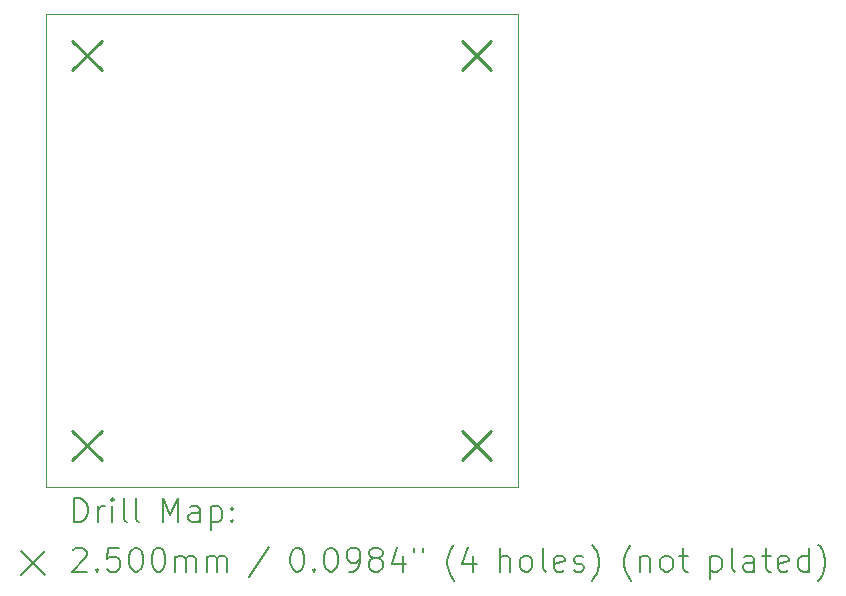
<source format=gbr>
%TF.GenerationSoftware,KiCad,Pcbnew,(7.0.0)*%
%TF.CreationDate,2024-02-01T10:08:02+02:00*%
%TF.ProjectId,FancyLight-V2,46616e63-794c-4696-9768-742d56322e6b,rev?*%
%TF.SameCoordinates,Original*%
%TF.FileFunction,Drillmap*%
%TF.FilePolarity,Positive*%
%FSLAX45Y45*%
G04 Gerber Fmt 4.5, Leading zero omitted, Abs format (unit mm)*
G04 Created by KiCad (PCBNEW (7.0.0)) date 2024-02-01 10:08:02*
%MOMM*%
%LPD*%
G01*
G04 APERTURE LIST*
%ADD10C,0.100000*%
%ADD11C,0.200000*%
%ADD12C,0.250000*%
G04 APERTURE END LIST*
D10*
X0Y0D02*
X4000000Y0D01*
X4000000Y0D02*
X4000000Y-4000000D01*
X4000000Y-4000000D02*
X0Y-4000000D01*
X0Y-4000000D02*
X0Y0D01*
D11*
D12*
X225000Y-225000D02*
X475000Y-475000D01*
X475000Y-225000D02*
X225000Y-475000D01*
X225000Y-3525000D02*
X475000Y-3775000D01*
X475000Y-3525000D02*
X225000Y-3775000D01*
X3525000Y-225000D02*
X3775000Y-475000D01*
X3775000Y-225000D02*
X3525000Y-475000D01*
X3525000Y-3525000D02*
X3775000Y-3775000D01*
X3775000Y-3525000D02*
X3525000Y-3775000D01*
D11*
X242619Y-4298476D02*
X242619Y-4098476D01*
X242619Y-4098476D02*
X290238Y-4098476D01*
X290238Y-4098476D02*
X318810Y-4108000D01*
X318810Y-4108000D02*
X337857Y-4127048D01*
X337857Y-4127048D02*
X347381Y-4146095D01*
X347381Y-4146095D02*
X356905Y-4184190D01*
X356905Y-4184190D02*
X356905Y-4212762D01*
X356905Y-4212762D02*
X347381Y-4250857D01*
X347381Y-4250857D02*
X337857Y-4269905D01*
X337857Y-4269905D02*
X318810Y-4288952D01*
X318810Y-4288952D02*
X290238Y-4298476D01*
X290238Y-4298476D02*
X242619Y-4298476D01*
X442619Y-4298476D02*
X442619Y-4165143D01*
X442619Y-4203238D02*
X452143Y-4184190D01*
X452143Y-4184190D02*
X461667Y-4174667D01*
X461667Y-4174667D02*
X480714Y-4165143D01*
X480714Y-4165143D02*
X499762Y-4165143D01*
X566429Y-4298476D02*
X566429Y-4165143D01*
X566429Y-4098476D02*
X556905Y-4108000D01*
X556905Y-4108000D02*
X566429Y-4117524D01*
X566429Y-4117524D02*
X575952Y-4108000D01*
X575952Y-4108000D02*
X566429Y-4098476D01*
X566429Y-4098476D02*
X566429Y-4117524D01*
X690238Y-4298476D02*
X671190Y-4288952D01*
X671190Y-4288952D02*
X661667Y-4269905D01*
X661667Y-4269905D02*
X661667Y-4098476D01*
X795000Y-4298476D02*
X775952Y-4288952D01*
X775952Y-4288952D02*
X766428Y-4269905D01*
X766428Y-4269905D02*
X766428Y-4098476D01*
X991190Y-4298476D02*
X991190Y-4098476D01*
X991190Y-4098476D02*
X1057857Y-4241333D01*
X1057857Y-4241333D02*
X1124524Y-4098476D01*
X1124524Y-4098476D02*
X1124524Y-4298476D01*
X1305476Y-4298476D02*
X1305476Y-4193714D01*
X1305476Y-4193714D02*
X1295952Y-4174667D01*
X1295952Y-4174667D02*
X1276905Y-4165143D01*
X1276905Y-4165143D02*
X1238809Y-4165143D01*
X1238809Y-4165143D02*
X1219762Y-4174667D01*
X1305476Y-4288952D02*
X1286429Y-4298476D01*
X1286429Y-4298476D02*
X1238809Y-4298476D01*
X1238809Y-4298476D02*
X1219762Y-4288952D01*
X1219762Y-4288952D02*
X1210238Y-4269905D01*
X1210238Y-4269905D02*
X1210238Y-4250857D01*
X1210238Y-4250857D02*
X1219762Y-4231810D01*
X1219762Y-4231810D02*
X1238809Y-4222286D01*
X1238809Y-4222286D02*
X1286429Y-4222286D01*
X1286429Y-4222286D02*
X1305476Y-4212762D01*
X1400714Y-4165143D02*
X1400714Y-4365143D01*
X1400714Y-4174667D02*
X1419762Y-4165143D01*
X1419762Y-4165143D02*
X1457857Y-4165143D01*
X1457857Y-4165143D02*
X1476905Y-4174667D01*
X1476905Y-4174667D02*
X1486428Y-4184190D01*
X1486428Y-4184190D02*
X1495952Y-4203238D01*
X1495952Y-4203238D02*
X1495952Y-4260381D01*
X1495952Y-4260381D02*
X1486428Y-4279429D01*
X1486428Y-4279429D02*
X1476905Y-4288952D01*
X1476905Y-4288952D02*
X1457857Y-4298476D01*
X1457857Y-4298476D02*
X1419762Y-4298476D01*
X1419762Y-4298476D02*
X1400714Y-4288952D01*
X1581667Y-4279429D02*
X1591190Y-4288952D01*
X1591190Y-4288952D02*
X1581667Y-4298476D01*
X1581667Y-4298476D02*
X1572143Y-4288952D01*
X1572143Y-4288952D02*
X1581667Y-4279429D01*
X1581667Y-4279429D02*
X1581667Y-4298476D01*
X1581667Y-4174667D02*
X1591190Y-4184190D01*
X1591190Y-4184190D02*
X1581667Y-4193714D01*
X1581667Y-4193714D02*
X1572143Y-4184190D01*
X1572143Y-4184190D02*
X1581667Y-4174667D01*
X1581667Y-4174667D02*
X1581667Y-4193714D01*
X-205000Y-4545000D02*
X-5000Y-4745000D01*
X-5000Y-4545000D02*
X-205000Y-4745000D01*
X233095Y-4537524D02*
X242619Y-4528000D01*
X242619Y-4528000D02*
X261667Y-4518476D01*
X261667Y-4518476D02*
X309286Y-4518476D01*
X309286Y-4518476D02*
X328333Y-4528000D01*
X328333Y-4528000D02*
X337857Y-4537524D01*
X337857Y-4537524D02*
X347381Y-4556571D01*
X347381Y-4556571D02*
X347381Y-4575619D01*
X347381Y-4575619D02*
X337857Y-4604190D01*
X337857Y-4604190D02*
X223571Y-4718476D01*
X223571Y-4718476D02*
X347381Y-4718476D01*
X433095Y-4699429D02*
X442619Y-4708952D01*
X442619Y-4708952D02*
X433095Y-4718476D01*
X433095Y-4718476D02*
X423571Y-4708952D01*
X423571Y-4708952D02*
X433095Y-4699429D01*
X433095Y-4699429D02*
X433095Y-4718476D01*
X623571Y-4518476D02*
X528333Y-4518476D01*
X528333Y-4518476D02*
X518809Y-4613714D01*
X518809Y-4613714D02*
X528333Y-4604190D01*
X528333Y-4604190D02*
X547381Y-4594667D01*
X547381Y-4594667D02*
X595000Y-4594667D01*
X595000Y-4594667D02*
X614048Y-4604190D01*
X614048Y-4604190D02*
X623571Y-4613714D01*
X623571Y-4613714D02*
X633095Y-4632762D01*
X633095Y-4632762D02*
X633095Y-4680381D01*
X633095Y-4680381D02*
X623571Y-4699429D01*
X623571Y-4699429D02*
X614048Y-4708952D01*
X614048Y-4708952D02*
X595000Y-4718476D01*
X595000Y-4718476D02*
X547381Y-4718476D01*
X547381Y-4718476D02*
X528333Y-4708952D01*
X528333Y-4708952D02*
X518809Y-4699429D01*
X756905Y-4518476D02*
X775952Y-4518476D01*
X775952Y-4518476D02*
X795000Y-4528000D01*
X795000Y-4528000D02*
X804524Y-4537524D01*
X804524Y-4537524D02*
X814048Y-4556571D01*
X814048Y-4556571D02*
X823571Y-4594667D01*
X823571Y-4594667D02*
X823571Y-4642286D01*
X823571Y-4642286D02*
X814048Y-4680381D01*
X814048Y-4680381D02*
X804524Y-4699429D01*
X804524Y-4699429D02*
X795000Y-4708952D01*
X795000Y-4708952D02*
X775952Y-4718476D01*
X775952Y-4718476D02*
X756905Y-4718476D01*
X756905Y-4718476D02*
X737857Y-4708952D01*
X737857Y-4708952D02*
X728333Y-4699429D01*
X728333Y-4699429D02*
X718809Y-4680381D01*
X718809Y-4680381D02*
X709286Y-4642286D01*
X709286Y-4642286D02*
X709286Y-4594667D01*
X709286Y-4594667D02*
X718809Y-4556571D01*
X718809Y-4556571D02*
X728333Y-4537524D01*
X728333Y-4537524D02*
X737857Y-4528000D01*
X737857Y-4528000D02*
X756905Y-4518476D01*
X947381Y-4518476D02*
X966429Y-4518476D01*
X966429Y-4518476D02*
X985476Y-4528000D01*
X985476Y-4528000D02*
X995000Y-4537524D01*
X995000Y-4537524D02*
X1004524Y-4556571D01*
X1004524Y-4556571D02*
X1014048Y-4594667D01*
X1014048Y-4594667D02*
X1014048Y-4642286D01*
X1014048Y-4642286D02*
X1004524Y-4680381D01*
X1004524Y-4680381D02*
X995000Y-4699429D01*
X995000Y-4699429D02*
X985476Y-4708952D01*
X985476Y-4708952D02*
X966429Y-4718476D01*
X966429Y-4718476D02*
X947381Y-4718476D01*
X947381Y-4718476D02*
X928333Y-4708952D01*
X928333Y-4708952D02*
X918809Y-4699429D01*
X918809Y-4699429D02*
X909286Y-4680381D01*
X909286Y-4680381D02*
X899762Y-4642286D01*
X899762Y-4642286D02*
X899762Y-4594667D01*
X899762Y-4594667D02*
X909286Y-4556571D01*
X909286Y-4556571D02*
X918809Y-4537524D01*
X918809Y-4537524D02*
X928333Y-4528000D01*
X928333Y-4528000D02*
X947381Y-4518476D01*
X1099762Y-4718476D02*
X1099762Y-4585143D01*
X1099762Y-4604190D02*
X1109286Y-4594667D01*
X1109286Y-4594667D02*
X1128333Y-4585143D01*
X1128333Y-4585143D02*
X1156905Y-4585143D01*
X1156905Y-4585143D02*
X1175952Y-4594667D01*
X1175952Y-4594667D02*
X1185476Y-4613714D01*
X1185476Y-4613714D02*
X1185476Y-4718476D01*
X1185476Y-4613714D02*
X1195000Y-4594667D01*
X1195000Y-4594667D02*
X1214048Y-4585143D01*
X1214048Y-4585143D02*
X1242619Y-4585143D01*
X1242619Y-4585143D02*
X1261667Y-4594667D01*
X1261667Y-4594667D02*
X1271191Y-4613714D01*
X1271191Y-4613714D02*
X1271191Y-4718476D01*
X1366429Y-4718476D02*
X1366429Y-4585143D01*
X1366429Y-4604190D02*
X1375952Y-4594667D01*
X1375952Y-4594667D02*
X1395000Y-4585143D01*
X1395000Y-4585143D02*
X1423571Y-4585143D01*
X1423571Y-4585143D02*
X1442619Y-4594667D01*
X1442619Y-4594667D02*
X1452143Y-4613714D01*
X1452143Y-4613714D02*
X1452143Y-4718476D01*
X1452143Y-4613714D02*
X1461667Y-4594667D01*
X1461667Y-4594667D02*
X1480714Y-4585143D01*
X1480714Y-4585143D02*
X1509286Y-4585143D01*
X1509286Y-4585143D02*
X1528333Y-4594667D01*
X1528333Y-4594667D02*
X1537857Y-4613714D01*
X1537857Y-4613714D02*
X1537857Y-4718476D01*
X1895952Y-4508952D02*
X1724524Y-4766095D01*
X2120714Y-4518476D02*
X2139762Y-4518476D01*
X2139762Y-4518476D02*
X2158810Y-4528000D01*
X2158810Y-4528000D02*
X2168333Y-4537524D01*
X2168333Y-4537524D02*
X2177857Y-4556571D01*
X2177857Y-4556571D02*
X2187381Y-4594667D01*
X2187381Y-4594667D02*
X2187381Y-4642286D01*
X2187381Y-4642286D02*
X2177857Y-4680381D01*
X2177857Y-4680381D02*
X2168333Y-4699429D01*
X2168333Y-4699429D02*
X2158810Y-4708952D01*
X2158810Y-4708952D02*
X2139762Y-4718476D01*
X2139762Y-4718476D02*
X2120714Y-4718476D01*
X2120714Y-4718476D02*
X2101667Y-4708952D01*
X2101667Y-4708952D02*
X2092143Y-4699429D01*
X2092143Y-4699429D02*
X2082619Y-4680381D01*
X2082619Y-4680381D02*
X2073095Y-4642286D01*
X2073095Y-4642286D02*
X2073095Y-4594667D01*
X2073095Y-4594667D02*
X2082619Y-4556571D01*
X2082619Y-4556571D02*
X2092143Y-4537524D01*
X2092143Y-4537524D02*
X2101667Y-4528000D01*
X2101667Y-4528000D02*
X2120714Y-4518476D01*
X2273095Y-4699429D02*
X2282619Y-4708952D01*
X2282619Y-4708952D02*
X2273095Y-4718476D01*
X2273095Y-4718476D02*
X2263572Y-4708952D01*
X2263572Y-4708952D02*
X2273095Y-4699429D01*
X2273095Y-4699429D02*
X2273095Y-4718476D01*
X2406429Y-4518476D02*
X2425476Y-4518476D01*
X2425476Y-4518476D02*
X2444524Y-4528000D01*
X2444524Y-4528000D02*
X2454048Y-4537524D01*
X2454048Y-4537524D02*
X2463572Y-4556571D01*
X2463572Y-4556571D02*
X2473095Y-4594667D01*
X2473095Y-4594667D02*
X2473095Y-4642286D01*
X2473095Y-4642286D02*
X2463572Y-4680381D01*
X2463572Y-4680381D02*
X2454048Y-4699429D01*
X2454048Y-4699429D02*
X2444524Y-4708952D01*
X2444524Y-4708952D02*
X2425476Y-4718476D01*
X2425476Y-4718476D02*
X2406429Y-4718476D01*
X2406429Y-4718476D02*
X2387381Y-4708952D01*
X2387381Y-4708952D02*
X2377857Y-4699429D01*
X2377857Y-4699429D02*
X2368333Y-4680381D01*
X2368333Y-4680381D02*
X2358810Y-4642286D01*
X2358810Y-4642286D02*
X2358810Y-4594667D01*
X2358810Y-4594667D02*
X2368333Y-4556571D01*
X2368333Y-4556571D02*
X2377857Y-4537524D01*
X2377857Y-4537524D02*
X2387381Y-4528000D01*
X2387381Y-4528000D02*
X2406429Y-4518476D01*
X2568333Y-4718476D02*
X2606429Y-4718476D01*
X2606429Y-4718476D02*
X2625476Y-4708952D01*
X2625476Y-4708952D02*
X2635000Y-4699429D01*
X2635000Y-4699429D02*
X2654048Y-4670857D01*
X2654048Y-4670857D02*
X2663572Y-4632762D01*
X2663572Y-4632762D02*
X2663572Y-4556571D01*
X2663572Y-4556571D02*
X2654048Y-4537524D01*
X2654048Y-4537524D02*
X2644524Y-4528000D01*
X2644524Y-4528000D02*
X2625476Y-4518476D01*
X2625476Y-4518476D02*
X2587381Y-4518476D01*
X2587381Y-4518476D02*
X2568333Y-4528000D01*
X2568333Y-4528000D02*
X2558810Y-4537524D01*
X2558810Y-4537524D02*
X2549286Y-4556571D01*
X2549286Y-4556571D02*
X2549286Y-4604190D01*
X2549286Y-4604190D02*
X2558810Y-4623238D01*
X2558810Y-4623238D02*
X2568333Y-4632762D01*
X2568333Y-4632762D02*
X2587381Y-4642286D01*
X2587381Y-4642286D02*
X2625476Y-4642286D01*
X2625476Y-4642286D02*
X2644524Y-4632762D01*
X2644524Y-4632762D02*
X2654048Y-4623238D01*
X2654048Y-4623238D02*
X2663572Y-4604190D01*
X2777857Y-4604190D02*
X2758810Y-4594667D01*
X2758810Y-4594667D02*
X2749286Y-4585143D01*
X2749286Y-4585143D02*
X2739762Y-4566095D01*
X2739762Y-4566095D02*
X2739762Y-4556571D01*
X2739762Y-4556571D02*
X2749286Y-4537524D01*
X2749286Y-4537524D02*
X2758810Y-4528000D01*
X2758810Y-4528000D02*
X2777857Y-4518476D01*
X2777857Y-4518476D02*
X2815952Y-4518476D01*
X2815952Y-4518476D02*
X2835000Y-4528000D01*
X2835000Y-4528000D02*
X2844524Y-4537524D01*
X2844524Y-4537524D02*
X2854048Y-4556571D01*
X2854048Y-4556571D02*
X2854048Y-4566095D01*
X2854048Y-4566095D02*
X2844524Y-4585143D01*
X2844524Y-4585143D02*
X2835000Y-4594667D01*
X2835000Y-4594667D02*
X2815952Y-4604190D01*
X2815952Y-4604190D02*
X2777857Y-4604190D01*
X2777857Y-4604190D02*
X2758810Y-4613714D01*
X2758810Y-4613714D02*
X2749286Y-4623238D01*
X2749286Y-4623238D02*
X2739762Y-4642286D01*
X2739762Y-4642286D02*
X2739762Y-4680381D01*
X2739762Y-4680381D02*
X2749286Y-4699429D01*
X2749286Y-4699429D02*
X2758810Y-4708952D01*
X2758810Y-4708952D02*
X2777857Y-4718476D01*
X2777857Y-4718476D02*
X2815952Y-4718476D01*
X2815952Y-4718476D02*
X2835000Y-4708952D01*
X2835000Y-4708952D02*
X2844524Y-4699429D01*
X2844524Y-4699429D02*
X2854048Y-4680381D01*
X2854048Y-4680381D02*
X2854048Y-4642286D01*
X2854048Y-4642286D02*
X2844524Y-4623238D01*
X2844524Y-4623238D02*
X2835000Y-4613714D01*
X2835000Y-4613714D02*
X2815952Y-4604190D01*
X3025476Y-4585143D02*
X3025476Y-4718476D01*
X2977857Y-4508952D02*
X2930238Y-4651810D01*
X2930238Y-4651810D02*
X3054048Y-4651810D01*
X3120714Y-4518476D02*
X3120714Y-4556571D01*
X3196905Y-4518476D02*
X3196905Y-4556571D01*
X3459762Y-4794667D02*
X3450238Y-4785143D01*
X3450238Y-4785143D02*
X3431191Y-4756571D01*
X3431191Y-4756571D02*
X3421667Y-4737524D01*
X3421667Y-4737524D02*
X3412143Y-4708952D01*
X3412143Y-4708952D02*
X3402619Y-4661333D01*
X3402619Y-4661333D02*
X3402619Y-4623238D01*
X3402619Y-4623238D02*
X3412143Y-4575619D01*
X3412143Y-4575619D02*
X3421667Y-4547048D01*
X3421667Y-4547048D02*
X3431191Y-4528000D01*
X3431191Y-4528000D02*
X3450238Y-4499429D01*
X3450238Y-4499429D02*
X3459762Y-4489905D01*
X3621667Y-4585143D02*
X3621667Y-4718476D01*
X3574048Y-4508952D02*
X3526429Y-4651810D01*
X3526429Y-4651810D02*
X3650238Y-4651810D01*
X3846429Y-4718476D02*
X3846429Y-4518476D01*
X3932143Y-4718476D02*
X3932143Y-4613714D01*
X3932143Y-4613714D02*
X3922619Y-4594667D01*
X3922619Y-4594667D02*
X3903572Y-4585143D01*
X3903572Y-4585143D02*
X3875000Y-4585143D01*
X3875000Y-4585143D02*
X3855952Y-4594667D01*
X3855952Y-4594667D02*
X3846429Y-4604190D01*
X4055952Y-4718476D02*
X4036905Y-4708952D01*
X4036905Y-4708952D02*
X4027381Y-4699429D01*
X4027381Y-4699429D02*
X4017857Y-4680381D01*
X4017857Y-4680381D02*
X4017857Y-4623238D01*
X4017857Y-4623238D02*
X4027381Y-4604190D01*
X4027381Y-4604190D02*
X4036905Y-4594667D01*
X4036905Y-4594667D02*
X4055952Y-4585143D01*
X4055952Y-4585143D02*
X4084524Y-4585143D01*
X4084524Y-4585143D02*
X4103572Y-4594667D01*
X4103572Y-4594667D02*
X4113095Y-4604190D01*
X4113095Y-4604190D02*
X4122619Y-4623238D01*
X4122619Y-4623238D02*
X4122619Y-4680381D01*
X4122619Y-4680381D02*
X4113095Y-4699429D01*
X4113095Y-4699429D02*
X4103572Y-4708952D01*
X4103572Y-4708952D02*
X4084524Y-4718476D01*
X4084524Y-4718476D02*
X4055952Y-4718476D01*
X4236905Y-4718476D02*
X4217857Y-4708952D01*
X4217857Y-4708952D02*
X4208334Y-4689905D01*
X4208334Y-4689905D02*
X4208334Y-4518476D01*
X4389286Y-4708952D02*
X4370238Y-4718476D01*
X4370238Y-4718476D02*
X4332143Y-4718476D01*
X4332143Y-4718476D02*
X4313095Y-4708952D01*
X4313095Y-4708952D02*
X4303572Y-4689905D01*
X4303572Y-4689905D02*
X4303572Y-4613714D01*
X4303572Y-4613714D02*
X4313095Y-4594667D01*
X4313095Y-4594667D02*
X4332143Y-4585143D01*
X4332143Y-4585143D02*
X4370238Y-4585143D01*
X4370238Y-4585143D02*
X4389286Y-4594667D01*
X4389286Y-4594667D02*
X4398810Y-4613714D01*
X4398810Y-4613714D02*
X4398810Y-4632762D01*
X4398810Y-4632762D02*
X4303572Y-4651810D01*
X4475000Y-4708952D02*
X4494048Y-4718476D01*
X4494048Y-4718476D02*
X4532143Y-4718476D01*
X4532143Y-4718476D02*
X4551191Y-4708952D01*
X4551191Y-4708952D02*
X4560715Y-4689905D01*
X4560715Y-4689905D02*
X4560715Y-4680381D01*
X4560715Y-4680381D02*
X4551191Y-4661333D01*
X4551191Y-4661333D02*
X4532143Y-4651810D01*
X4532143Y-4651810D02*
X4503572Y-4651810D01*
X4503572Y-4651810D02*
X4484524Y-4642286D01*
X4484524Y-4642286D02*
X4475000Y-4623238D01*
X4475000Y-4623238D02*
X4475000Y-4613714D01*
X4475000Y-4613714D02*
X4484524Y-4594667D01*
X4484524Y-4594667D02*
X4503572Y-4585143D01*
X4503572Y-4585143D02*
X4532143Y-4585143D01*
X4532143Y-4585143D02*
X4551191Y-4594667D01*
X4627381Y-4794667D02*
X4636905Y-4785143D01*
X4636905Y-4785143D02*
X4655953Y-4756571D01*
X4655953Y-4756571D02*
X4665476Y-4737524D01*
X4665476Y-4737524D02*
X4675000Y-4708952D01*
X4675000Y-4708952D02*
X4684524Y-4661333D01*
X4684524Y-4661333D02*
X4684524Y-4623238D01*
X4684524Y-4623238D02*
X4675000Y-4575619D01*
X4675000Y-4575619D02*
X4665476Y-4547048D01*
X4665476Y-4547048D02*
X4655953Y-4528000D01*
X4655953Y-4528000D02*
X4636905Y-4499429D01*
X4636905Y-4499429D02*
X4627381Y-4489905D01*
X4956905Y-4794667D02*
X4947381Y-4785143D01*
X4947381Y-4785143D02*
X4928334Y-4756571D01*
X4928334Y-4756571D02*
X4918810Y-4737524D01*
X4918810Y-4737524D02*
X4909286Y-4708952D01*
X4909286Y-4708952D02*
X4899762Y-4661333D01*
X4899762Y-4661333D02*
X4899762Y-4623238D01*
X4899762Y-4623238D02*
X4909286Y-4575619D01*
X4909286Y-4575619D02*
X4918810Y-4547048D01*
X4918810Y-4547048D02*
X4928334Y-4528000D01*
X4928334Y-4528000D02*
X4947381Y-4499429D01*
X4947381Y-4499429D02*
X4956905Y-4489905D01*
X5033095Y-4585143D02*
X5033095Y-4718476D01*
X5033095Y-4604190D02*
X5042619Y-4594667D01*
X5042619Y-4594667D02*
X5061667Y-4585143D01*
X5061667Y-4585143D02*
X5090238Y-4585143D01*
X5090238Y-4585143D02*
X5109286Y-4594667D01*
X5109286Y-4594667D02*
X5118810Y-4613714D01*
X5118810Y-4613714D02*
X5118810Y-4718476D01*
X5242619Y-4718476D02*
X5223572Y-4708952D01*
X5223572Y-4708952D02*
X5214048Y-4699429D01*
X5214048Y-4699429D02*
X5204524Y-4680381D01*
X5204524Y-4680381D02*
X5204524Y-4623238D01*
X5204524Y-4623238D02*
X5214048Y-4604190D01*
X5214048Y-4604190D02*
X5223572Y-4594667D01*
X5223572Y-4594667D02*
X5242619Y-4585143D01*
X5242619Y-4585143D02*
X5271191Y-4585143D01*
X5271191Y-4585143D02*
X5290238Y-4594667D01*
X5290238Y-4594667D02*
X5299762Y-4604190D01*
X5299762Y-4604190D02*
X5309286Y-4623238D01*
X5309286Y-4623238D02*
X5309286Y-4680381D01*
X5309286Y-4680381D02*
X5299762Y-4699429D01*
X5299762Y-4699429D02*
X5290238Y-4708952D01*
X5290238Y-4708952D02*
X5271191Y-4718476D01*
X5271191Y-4718476D02*
X5242619Y-4718476D01*
X5366429Y-4585143D02*
X5442619Y-4585143D01*
X5395000Y-4518476D02*
X5395000Y-4689905D01*
X5395000Y-4689905D02*
X5404524Y-4708952D01*
X5404524Y-4708952D02*
X5423572Y-4718476D01*
X5423572Y-4718476D02*
X5442619Y-4718476D01*
X5629286Y-4585143D02*
X5629286Y-4785143D01*
X5629286Y-4594667D02*
X5648333Y-4585143D01*
X5648333Y-4585143D02*
X5686429Y-4585143D01*
X5686429Y-4585143D02*
X5705476Y-4594667D01*
X5705476Y-4594667D02*
X5715000Y-4604190D01*
X5715000Y-4604190D02*
X5724524Y-4623238D01*
X5724524Y-4623238D02*
X5724524Y-4680381D01*
X5724524Y-4680381D02*
X5715000Y-4699429D01*
X5715000Y-4699429D02*
X5705476Y-4708952D01*
X5705476Y-4708952D02*
X5686429Y-4718476D01*
X5686429Y-4718476D02*
X5648333Y-4718476D01*
X5648333Y-4718476D02*
X5629286Y-4708952D01*
X5838810Y-4718476D02*
X5819762Y-4708952D01*
X5819762Y-4708952D02*
X5810238Y-4689905D01*
X5810238Y-4689905D02*
X5810238Y-4518476D01*
X6000714Y-4718476D02*
X6000714Y-4613714D01*
X6000714Y-4613714D02*
X5991191Y-4594667D01*
X5991191Y-4594667D02*
X5972143Y-4585143D01*
X5972143Y-4585143D02*
X5934048Y-4585143D01*
X5934048Y-4585143D02*
X5915000Y-4594667D01*
X6000714Y-4708952D02*
X5981667Y-4718476D01*
X5981667Y-4718476D02*
X5934048Y-4718476D01*
X5934048Y-4718476D02*
X5915000Y-4708952D01*
X5915000Y-4708952D02*
X5905476Y-4689905D01*
X5905476Y-4689905D02*
X5905476Y-4670857D01*
X5905476Y-4670857D02*
X5915000Y-4651810D01*
X5915000Y-4651810D02*
X5934048Y-4642286D01*
X5934048Y-4642286D02*
X5981667Y-4642286D01*
X5981667Y-4642286D02*
X6000714Y-4632762D01*
X6067381Y-4585143D02*
X6143572Y-4585143D01*
X6095953Y-4518476D02*
X6095953Y-4689905D01*
X6095953Y-4689905D02*
X6105476Y-4708952D01*
X6105476Y-4708952D02*
X6124524Y-4718476D01*
X6124524Y-4718476D02*
X6143572Y-4718476D01*
X6286429Y-4708952D02*
X6267381Y-4718476D01*
X6267381Y-4718476D02*
X6229286Y-4718476D01*
X6229286Y-4718476D02*
X6210238Y-4708952D01*
X6210238Y-4708952D02*
X6200714Y-4689905D01*
X6200714Y-4689905D02*
X6200714Y-4613714D01*
X6200714Y-4613714D02*
X6210238Y-4594667D01*
X6210238Y-4594667D02*
X6229286Y-4585143D01*
X6229286Y-4585143D02*
X6267381Y-4585143D01*
X6267381Y-4585143D02*
X6286429Y-4594667D01*
X6286429Y-4594667D02*
X6295953Y-4613714D01*
X6295953Y-4613714D02*
X6295953Y-4632762D01*
X6295953Y-4632762D02*
X6200714Y-4651810D01*
X6467381Y-4718476D02*
X6467381Y-4518476D01*
X6467381Y-4708952D02*
X6448334Y-4718476D01*
X6448334Y-4718476D02*
X6410238Y-4718476D01*
X6410238Y-4718476D02*
X6391191Y-4708952D01*
X6391191Y-4708952D02*
X6381667Y-4699429D01*
X6381667Y-4699429D02*
X6372143Y-4680381D01*
X6372143Y-4680381D02*
X6372143Y-4623238D01*
X6372143Y-4623238D02*
X6381667Y-4604190D01*
X6381667Y-4604190D02*
X6391191Y-4594667D01*
X6391191Y-4594667D02*
X6410238Y-4585143D01*
X6410238Y-4585143D02*
X6448334Y-4585143D01*
X6448334Y-4585143D02*
X6467381Y-4594667D01*
X6543572Y-4794667D02*
X6553095Y-4785143D01*
X6553095Y-4785143D02*
X6572143Y-4756571D01*
X6572143Y-4756571D02*
X6581667Y-4737524D01*
X6581667Y-4737524D02*
X6591191Y-4708952D01*
X6591191Y-4708952D02*
X6600714Y-4661333D01*
X6600714Y-4661333D02*
X6600714Y-4623238D01*
X6600714Y-4623238D02*
X6591191Y-4575619D01*
X6591191Y-4575619D02*
X6581667Y-4547048D01*
X6581667Y-4547048D02*
X6572143Y-4528000D01*
X6572143Y-4528000D02*
X6553095Y-4499429D01*
X6553095Y-4499429D02*
X6543572Y-4489905D01*
M02*

</source>
